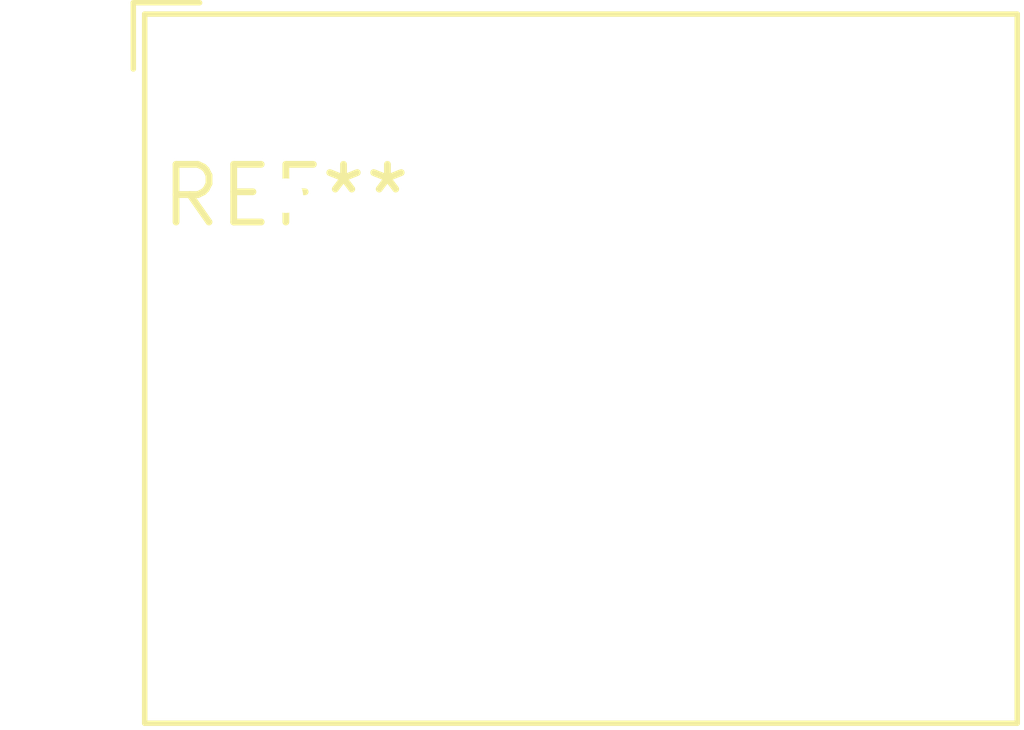
<source format=kicad_pcb>
(kicad_pcb (version 20240108) (generator pcbnew)
  (layers (0 "F.Cu" signal) (31 "B.Cu" signal) (34 "B.Paste" user) (35 "F.Paste" user) (36 "B.SilkS" user "B.Silkscreen") (37 "F.SilkS" user "F.Silkscreen") (38 "B.Mask" user) (39 "F.Mask" user) (44 "Edge.Cuts" user))
  (net 0 "")
  (footprint "LEM_HX04-P" (layer "F.Cu") (at 0 0)
    (property "Reference" "REF**")
    (property "Value" "LEM_HX04-P")
    (fp_line (start -3.36 -2.79) (end -3.36 -4.25) (layer "F.SilkS") (stroke (width 0.12)))
    (fp_line (start -3.11 -4) (end -3.11 11.62) (layer "F.SilkS") (stroke (width 0.12)))
    (fp_line (start -3.11 11.62) (end 16.11 11.62) (layer "F.SilkS") (stroke (width 0.12)))
    (fp_line (start -1.9 -4.25) (end -3.36 -4.25) (layer "F.SilkS") (stroke (width 0.12)))
    (fp_line (start 16.11 -4) (end -3.11 -4) (layer "F.SilkS") (stroke (width 0.12)))
    (fp_line (start 16.11 11.62) (end 16.11 -4) (layer "F.SilkS") (stroke (width 0.12)))
    (pad "1" thru_hole rect (at 0 0) (size 1.75 1.75) (drill 0.76) (layers *.Cu *.Mask) (remove_unused_layers))
    (pad "2" thru_hole circle (at 0 2.54) (size 1.75 1.75) (drill 0.76) (layers *.Cu *.Mask) (remove_unused_layers))
    (pad "3" thru_hole circle (at 0 5.08) (size 1.75 1.75) (drill 0.76) (layers *.Cu *.Mask) (remove_unused_layers))
    (pad "4" thru_hole circle (at 0 7.62) (size 1.75 1.75) (drill 0.76) (layers *.Cu *.Mask) (remove_unused_layers))
    (pad "5" thru_hole circle (at 10.85 0.81) (size 1.9 1.9) (drill 0.9) (layers *.Cu *.Mask) (remove_unused_layers))
    (pad "6" thru_hole circle (at 10.85 6.81) (size 1.9 1.9) (drill 0.9) (layers *.Cu *.Mask) (remove_unused_layers))
  )
)
</source>
